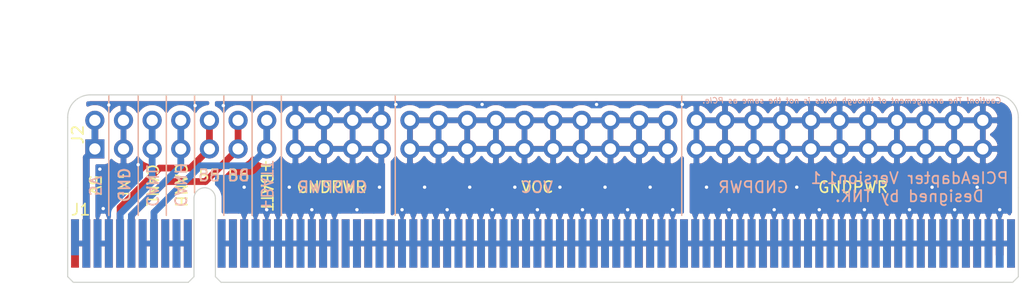
<source format=kicad_pcb>
(kicad_pcb (version 20171130) (host pcbnew "(5.1.5)-3")
  (layers (0 F.Cu signal) (31 B.Cu signal) (34 B.Paste user) (35 F.Paste user) (36 B.SilkS user) (37 F.SilkS user) (38 B.Mask user) (39 F.Mask user) (44 Edge.Cuts user))
  (net 0 "")
  (net 1 "Net-(J1-PadB5)")
  (net 2 "Net-(J1-PadB6)")
  (net 3 "Net-(J1-PadB7)")
  (net 4 "Net-(J1-PadA6)")
  (net 5 "Net-(J1-PadA7)")
  (net 6 GNDPWR)
  (net 7 VCC)
  (net 8 +5V)
  (net 9 Pin_B5)
  (net 10 Pin_B6)
  (net 11 +7.5V)
  (net 12 CANL)
  (net 13 CANH)
  (net 14 GND)
  (module Connector_PinHeader_2.54mm:PinHeader_2x32_P2.54mm_Vertical (layer F.Cu) (at 111.76 126.6 90)
    (fp_text reference J2 (at 1.27 -1.51 90) (layer F.SilkS))
    (fp_text value Conn_02x32_Counter_Clockwise)
    (pad 64 thru_hole oval (at 2.54 78.74 90) (size 1.7 1.7) (drill 1) (layers *.Cu *.Mask) (net 6 GNDPWR))
    (pad 63 thru_hole oval (at 0 78.74 90) (size 1.7 1.7) (drill 1) (layers *.Cu *.Mask) (net 6 GNDPWR))
    (pad 62 thru_hole oval (at 2.54 76.2 90) (size 1.7 1.7) (drill 1) (layers *.Cu *.Mask) (net 6 GNDPWR))
    (pad 61 thru_hole oval (at 0 76.2 90) (size 1.7 1.7) (drill 1) (layers *.Cu *.Mask) (net 6 GNDPWR))
    (pad 60 thru_hole oval (at 2.54 73.66 90) (size 1.7 1.7) (drill 1) (layers *.Cu *.Mask) (net 6 GNDPWR))
    (pad 59 thru_hole oval (at 0 73.66 90) (size 1.7 1.7) (drill 1) (layers *.Cu *.Mask) (net 6 GNDPWR))
    (pad 58 thru_hole oval (at 2.54 71.12 90) (size 1.7 1.7) (drill 1) (layers *.Cu *.Mask) (net 6 GNDPWR))
    (pad 57 thru_hole oval (at 0 71.12 90) (size 1.7 1.7) (drill 1) (layers *.Cu *.Mask) (net 6 GNDPWR))
    (pad 56 thru_hole oval (at 2.54 68.58 90) (size 1.7 1.7) (drill 1) (layers *.Cu *.Mask) (net 6 GNDPWR))
    (pad 55 thru_hole oval (at 0 68.58 90) (size 1.7 1.7) (drill 1) (layers *.Cu *.Mask) (net 6 GNDPWR))
    (pad 54 thru_hole oval (at 2.54 66.04 90) (size 1.7 1.7) (drill 1) (layers *.Cu *.Mask) (net 6 GNDPWR))
    (pad 53 thru_hole oval (at 0 66.04 90) (size 1.7 1.7) (drill 1) (layers *.Cu *.Mask) (net 6 GNDPWR))
    (pad 52 thru_hole oval (at 2.54 63.5 90) (size 1.7 1.7) (drill 1) (layers *.Cu *.Mask) (net 6 GNDPWR))
    (pad 51 thru_hole oval (at 0 63.5 90) (size 1.7 1.7) (drill 1) (layers *.Cu *.Mask) (net 6 GNDPWR))
    (pad 50 thru_hole oval (at 2.54 60.96 90) (size 1.7 1.7) (drill 1) (layers *.Cu *.Mask) (net 6 GNDPWR))
    (pad 49 thru_hole oval (at 0 60.96 90) (size 1.7 1.7) (drill 1) (layers *.Cu *.Mask) (net 6 GNDPWR))
    (pad 48 thru_hole oval (at 2.54 58.42 90) (size 1.7 1.7) (drill 1) (layers *.Cu *.Mask) (net 6 GNDPWR))
    (pad 47 thru_hole oval (at 0 58.42 90) (size 1.7 1.7) (drill 1) (layers *.Cu *.Mask) (net 6 GNDPWR))
    (pad 46 thru_hole oval (at 2.54 55.88 90) (size 1.7 1.7) (drill 1) (layers *.Cu *.Mask) (net 6 GNDPWR))
    (pad 45 thru_hole oval (at 0 55.88 90) (size 1.7 1.7) (drill 1) (layers *.Cu *.Mask) (net 6 GNDPWR))
    (pad 44 thru_hole oval (at 2.54 53.34 90) (size 1.7 1.7) (drill 1) (layers *.Cu *.Mask) (net 6 GNDPWR))
    (pad 43 thru_hole oval (at 0 53.34 90) (size 1.7 1.7) (drill 1) (layers *.Cu *.Mask) (net 6 GNDPWR))
    (pad 42 thru_hole oval (at 2.54 50.8 90) (size 1.7 1.7) (drill 1) (layers *.Cu *.Mask) (net 7 VCC))
    (pad 41 thru_hole oval (at 0 50.8 90) (size 1.7 1.7) (drill 1) (layers *.Cu *.Mask) (net 7 VCC))
    (pad 40 thru_hole oval (at 2.54 48.26 90) (size 1.7 1.7) (drill 1) (layers *.Cu *.Mask) (net 7 VCC))
    (pad 39 thru_hole oval (at 0 48.26 90) (size 1.7 1.7) (drill 1) (layers *.Cu *.Mask) (net 7 VCC))
    (pad 38 thru_hole oval (at 2.54 45.72 90) (size 1.7 1.7) (drill 1) (layers *.Cu *.Mask) (net 7 VCC))
    (pad 37 thru_hole oval (at 0 45.72 90) (size 1.7 1.7) (drill 1) (layers *.Cu *.Mask) (net 7 VCC))
    (pad 36 thru_hole oval (at 2.54 43.18 90) (size 1.7 1.7) (drill 1) (layers *.Cu *.Mask) (net 7 VCC))
    (pad 35 thru_hole oval (at 0 43.18 90) (size 1.7 1.7) (drill 1) (layers *.Cu *.Mask) (net 7 VCC))
    (pad 34 thru_hole oval (at 2.54 40.64 90) (size 1.7 1.7) (drill 1) (layers *.Cu *.Mask) (net 7 VCC))
    (pad 33 thru_hole oval (at 0 40.64 90) (size 1.7 1.7) (drill 1) (layers *.Cu *.Mask) (net 7 VCC))
    (pad 32 thru_hole oval (at 2.54 38.1 90) (size 1.7 1.7) (drill 1) (layers *.Cu *.Mask) (net 7 VCC))
    (pad 31 thru_hole oval (at 0 38.1 90) (size 1.7 1.7) (drill 1) (layers *.Cu *.Mask) (net 7 VCC))
    (pad 30 thru_hole oval (at 2.54 35.56 90) (size 1.7 1.7) (drill 1) (layers *.Cu *.Mask) (net 7 VCC))
    (pad 29 thru_hole oval (at 0 35.56 90) (size 1.7 1.7) (drill 1) (layers *.Cu *.Mask) (net 7 VCC))
    (pad 28 thru_hole oval (at 2.54 33.02 90) (size 1.7 1.7) (drill 1) (layers *.Cu *.Mask) (net 7 VCC))
    (pad 27 thru_hole oval (at 0 33.02 90) (size 1.7 1.7) (drill 1) (layers *.Cu *.Mask) (net 7 VCC))
    (pad 26 thru_hole oval (at 2.54 30.48 90) (size 1.7 1.7) (drill 1) (layers *.Cu *.Mask) (net 7 VCC))
    (pad 25 thru_hole oval (at 0 30.48 90) (size 1.7 1.7) (drill 1) (layers *.Cu *.Mask) (net 7 VCC))
    (pad 24 thru_hole oval (at 2.54 27.94 90) (size 1.7 1.7) (drill 1) (layers *.Cu *.Mask) (net 7 VCC))
    (pad 23 thru_hole oval (at 0 27.94 90) (size 1.7 1.7) (drill 1) (layers *.Cu *.Mask) (net 7 VCC))
    (pad 22 thru_hole oval (at 2.54 25.4 90) (size 1.7 1.7) (drill 1) (layers *.Cu *.Mask) (net 6 GNDPWR))
    (pad 21 thru_hole oval (at 0 25.4 90) (size 1.7 1.7) (drill 1) (layers *.Cu *.Mask) (net 6 GNDPWR))
    (pad 20 thru_hole oval (at 2.54 22.86 90) (size 1.7 1.7) (drill 1) (layers *.Cu *.Mask) (net 6 GNDPWR))
    (pad 19 thru_hole oval (at 0 22.86 90) (size 1.7 1.7) (drill 1) (layers *.Cu *.Mask) (net 6 GNDPWR))
    (pad 18 thru_hole oval (at 2.54 20.32 90) (size 1.7 1.7) (drill 1) (layers *.Cu *.Mask) (net 6 GNDPWR))
    (pad 17 thru_hole oval (at 0 20.32 90) (size 1.7 1.7) (drill 1) (layers *.Cu *.Mask) (net 6 GNDPWR))
    (pad 16 thru_hole oval (at 2.54 17.78 90) (size 1.7 1.7) (drill 1) (layers *.Cu *.Mask) (net 6 GNDPWR))
    (pad 15 thru_hole oval (at 0 17.78 90) (size 1.7 1.7) (drill 1) (layers *.Cu *.Mask) (net 6 GNDPWR))
    (pad 14 thru_hole oval (at 2.54 15.24 90) (size 1.7 1.7) (drill 1) (layers *.Cu *.Mask) (net 11 +7.5V))
    (pad 13 thru_hole oval (at 0 15.24 90) (size 1.7 1.7) (drill 1) (layers *.Cu *.Mask) (net 11 +7.5V))
    (pad 12 thru_hole oval (at 2.54 12.7 90) (size 1.7 1.7) (drill 1) (layers *.Cu *.Mask) (net 10 Pin_B6))
    (pad 11 thru_hole oval (at 0 12.7 90) (size 1.7 1.7) (drill 1) (layers *.Cu *.Mask) (net 10 Pin_B6))
    (pad 10 thru_hole oval (at 2.54 10.16 90) (size 1.7 1.7) (drill 1) (layers *.Cu *.Mask) (net 9 Pin_B5))
    (pad 9 thru_hole oval (at 0 10.16 90) (size 1.7 1.7) (drill 1) (layers *.Cu *.Mask) (net 9 Pin_B5))
    (pad 8 thru_hole oval (at 2.54 7.62 90) (size 1.7 1.7) (drill 1) (layers *.Cu *.Mask) (net 13 CANH))
    (pad 7 thru_hole oval (at 0 7.62 90) (size 1.7 1.7) (drill 1) (layers *.Cu *.Mask) (net 13 CANH))
    (pad 6 thru_hole oval (at 2.54 5.08 90) (size 1.7 1.7) (drill 1) (layers *.Cu *.Mask) (net 12 CANL))
    (pad 5 thru_hole oval (at 0 5.08 90) (size 1.7 1.7) (drill 1) (layers *.Cu *.Mask) (net 12 CANL))
    (pad 4 thru_hole oval (at 2.54 2.54 90) (size 1.7 1.7) (drill 1) (layers *.Cu *.Mask) (net 14 GND))
    (pad 3 thru_hole oval (at 0 2.54 90) (size 1.7 1.7) (drill 1) (layers *.Cu *.Mask) (net 14 GND))
    (pad 2 thru_hole oval (at 2.54 0 90) (size 1.7 1.7) (drill 1) (layers *.Cu *.Mask) (net 8 +5V))
    (pad 1 thru_hole rect (at 0 0 90) (size 1.7 1.7) (drill 1) (layers *.Cu *.Mask) (net 8 +5V))
  )
  (module PCIe:BUS_mechaken_PCIexpress_x16 (layer F.Cu) (at 110 135)
    (fp_text reference J1 (at 0.5 -3) (layer F.SilkS))
    (fp_text value Bus_mechaken_PCIexpress_x16_164_Position)
    (fp_arc (start 11.5 -4) (end 12.45 -4) (angle -180) (layer Edge.Cuts) (width 0.1))
    (fp_line (start 83.65 2.95) (end 83.15 3.45) (layer Edge.Cuts) (width 0.1))
    (fp_line (start 12.45 2.95) (end 12.95 3.45) (layer Edge.Cuts) (width 0.1))
    (fp_line (start 10.55 2.95) (end 10.05 3.45) (layer Edge.Cuts) (width 0.1))
    (fp_line (start -0.65 2.95) (end -0.15 3.45) (layer Edge.Cuts) (width 0.1))
    (fp_line (start 12.95 3.45) (end 83.15 3.45) (layer Edge.Cuts) (width 0.1))
    (fp_line (start 83.65 -4.95) (end 83.65 2.95) (layer Edge.Cuts) (width 0.1))
    (fp_line (start -0.15 3.45) (end 10.05 3.45) (layer Edge.Cuts) (width 0.1))
    (fp_line (start -0.65 -4.95) (end -0.65 2.95) (layer Edge.Cuts) (width 0.1))
    (fp_line (start 12.45 -4) (end 12.45 2.95) (layer Edge.Cuts) (width 0.1))
    (fp_line (start 10.55 -4) (end 10.55 2.95) (layer Edge.Cuts) (width 0.1))
    (pad A10 connect rect (at 83 0) (size 0.7 4.3) (layers B.Cu B.Mask) (net 6 GNDPWR))
    (pad A10 connect rect (at 82 0) (size 0.7 4.3) (layers B.Cu B.Mask) (net 6 GNDPWR))
    (pad A10 connect rect (at 81 0) (size 0.7 4.3) (layers B.Cu B.Mask) (net 6 GNDPWR))
    (pad A10 connect rect (at 80 0) (size 0.7 4.3) (layers B.Cu B.Mask) (net 6 GNDPWR))
    (pad A10 connect rect (at 79 0) (size 0.7 4.3) (layers B.Cu B.Mask) (net 6 GNDPWR))
    (pad A10 connect rect (at 78 0) (size 0.7 4.3) (layers B.Cu B.Mask) (net 6 GNDPWR))
    (pad A10 connect rect (at 77 0) (size 0.7 4.3) (layers B.Cu B.Mask) (net 6 GNDPWR))
    (pad A10 connect rect (at 76 0) (size 0.7 4.3) (layers B.Cu B.Mask) (net 6 GNDPWR))
    (pad A10 connect rect (at 75 0) (size 0.7 4.3) (layers B.Cu B.Mask) (net 6 GNDPWR))
    (pad A10 connect rect (at 74 0) (size 0.7 4.3) (layers B.Cu B.Mask) (net 6 GNDPWR))
    (pad A10 connect rect (at 73 0) (size 0.7 4.3) (layers B.Cu B.Mask) (net 6 GNDPWR))
    (pad A10 connect rect (at 72 0) (size 0.7 4.3) (layers B.Cu B.Mask) (net 6 GNDPWR))
    (pad A10 connect rect (at 71 0) (size 0.7 4.3) (layers B.Cu B.Mask) (net 6 GNDPWR))
    (pad A10 connect rect (at 70 0) (size 0.7 4.3) (layers B.Cu B.Mask) (net 6 GNDPWR))
    (pad A10 connect rect (at 69 0) (size 0.7 4.3) (layers B.Cu B.Mask) (net 6 GNDPWR))
    (pad A10 connect rect (at 68 0) (size 0.7 4.3) (layers B.Cu B.Mask) (net 6 GNDPWR))
    (pad A10 connect rect (at 67 0) (size 0.7 4.3) (layers B.Cu B.Mask) (net 6 GNDPWR))
    (pad A10 connect rect (at 66 0) (size 0.7 4.3) (layers B.Cu B.Mask) (net 6 GNDPWR))
    (pad A10 connect rect (at 65 0) (size 0.7 4.3) (layers B.Cu B.Mask) (net 6 GNDPWR))
    (pad A10 connect rect (at 64 0) (size 0.7 4.3) (layers B.Cu B.Mask) (net 6 GNDPWR))
    (pad A10 connect rect (at 63 0) (size 0.7 4.3) (layers B.Cu B.Mask) (net 6 GNDPWR))
    (pad A10 connect rect (at 62 0) (size 0.7 4.3) (layers B.Cu B.Mask) (net 6 GNDPWR))
    (pad A10 connect rect (at 61 0) (size 0.7 4.3) (layers B.Cu B.Mask) (net 6 GNDPWR))
    (pad A10 connect rect (at 60 0) (size 0.7 4.3) (layers B.Cu B.Mask) (net 6 GNDPWR))
    (pad A10 connect rect (at 59 0) (size 0.7 4.3) (layers B.Cu B.Mask) (net 6 GNDPWR))
    (pad A10 connect rect (at 58 0) (size 0.7 4.3) (layers B.Cu B.Mask) (net 6 GNDPWR))
    (pad A10 connect rect (at 57 0) (size 0.7 4.3) (layers B.Cu B.Mask) (net 6 GNDPWR))
    (pad A10 connect rect (at 56 0) (size 0.7 4.3) (layers B.Cu B.Mask) (net 6 GNDPWR))
    (pad A10 connect rect (at 55 0) (size 0.7 4.3) (layers B.Cu B.Mask) (net 6 GNDPWR))
    (pad A10 connect rect (at 54 0) (size 0.7 4.3) (layers B.Cu B.Mask) (net 6 GNDPWR))
    (pad A9 connect rect (at 53 0) (size 0.7 4.3) (layers B.Cu B.Mask) (net 7 VCC))
    (pad A9 connect rect (at 52 0) (size 0.7 4.3) (layers B.Cu B.Mask) (net 7 VCC))
    (pad A9 connect rect (at 51 0) (size 0.7 4.3) (layers B.Cu B.Mask) (net 7 VCC))
    (pad B10 connect rect (at 83 0) (size 0.7 4.3) (layers F.Cu F.Mask) (net 6 GNDPWR))
    (pad B10 connect rect (at 82 -0.55) (size 0.7 3.2) (layers F.Cu F.Mask) (net 6 GNDPWR))
    (pad B10 connect rect (at 81 0) (size 0.7 4.3) (layers F.Cu F.Mask) (net 6 GNDPWR))
    (pad B10 connect rect (at 80 0) (size 0.7 4.3) (layers F.Cu F.Mask) (net 6 GNDPWR))
    (pad B10 connect rect (at 79 0) (size 0.7 4.3) (layers F.Cu F.Mask) (net 6 GNDPWR))
    (pad B10 connect rect (at 78 0) (size 0.7 4.3) (layers F.Cu F.Mask) (net 6 GNDPWR))
    (pad B10 connect rect (at 77 0) (size 0.7 4.3) (layers F.Cu F.Mask) (net 6 GNDPWR))
    (pad B10 connect rect (at 76 0) (size 0.7 4.3) (layers F.Cu F.Mask) (net 6 GNDPWR))
    (pad B10 connect rect (at 75 0) (size 0.7 4.3) (layers F.Cu F.Mask) (net 6 GNDPWR))
    (pad B10 connect rect (at 74 0) (size 0.7 4.3) (layers F.Cu F.Mask) (net 6 GNDPWR))
    (pad B10 connect rect (at 73 0) (size 0.7 4.3) (layers F.Cu F.Mask) (net 6 GNDPWR))
    (pad B10 connect rect (at 72 0) (size 0.7 4.3) (layers F.Cu F.Mask) (net 6 GNDPWR))
    (pad B10 connect rect (at 71 0) (size 0.7 4.3) (layers F.Cu F.Mask) (net 6 GNDPWR))
    (pad B10 connect rect (at 70 0) (size 0.7 4.3) (layers F.Cu F.Mask) (net 6 GNDPWR))
    (pad B10 connect rect (at 69 0) (size 0.7 4.3) (layers F.Cu F.Mask) (net 6 GNDPWR))
    (pad B10 connect rect (at 68 0) (size 0.7 4.3) (layers F.Cu F.Mask) (net 6 GNDPWR))
    (pad B10 connect rect (at 67 0) (size 0.7 4.3) (layers F.Cu F.Mask) (net 6 GNDPWR))
    (pad B10 connect rect (at 66 0) (size 0.7 4.3) (layers F.Cu F.Mask) (net 6 GNDPWR))
    (pad B10 connect rect (at 65 0) (size 0.7 4.3) (layers F.Cu F.Mask) (net 6 GNDPWR))
    (pad B10 connect rect (at 64 0) (size 0.7 4.3) (layers F.Cu F.Mask) (net 6 GNDPWR))
    (pad B10 connect rect (at 63 0) (size 0.7 4.3) (layers F.Cu F.Mask) (net 6 GNDPWR))
    (pad B10 connect rect (at 62 0) (size 0.7 4.3) (layers F.Cu F.Mask) (net 6 GNDPWR))
    (pad B10 connect rect (at 61 0) (size 0.7 4.3) (layers F.Cu F.Mask) (net 6 GNDPWR))
    (pad B10 connect rect (at 60 0) (size 0.7 4.3) (layers F.Cu F.Mask) (net 6 GNDPWR))
    (pad B10 connect rect (at 59 0) (size 0.7 4.3) (layers F.Cu F.Mask) (net 6 GNDPWR))
    (pad B10 connect rect (at 58 0) (size 0.7 4.3) (layers F.Cu F.Mask) (net 6 GNDPWR))
    (pad B10 connect rect (at 57 0) (size 0.7 4.3) (layers F.Cu F.Mask) (net 6 GNDPWR))
    (pad B10 connect rect (at 56 0) (size 0.7 4.3) (layers F.Cu F.Mask) (net 6 GNDPWR))
    (pad B10 connect rect (at 55 0) (size 0.7 4.3) (layers F.Cu F.Mask) (net 6 GNDPWR))
    (pad B10 connect rect (at 54 0) (size 0.7 4.3) (layers F.Cu F.Mask) (net 6 GNDPWR))
    (pad B9 connect rect (at 53 0) (size 0.7 4.3) (layers F.Cu F.Mask) (net 7 VCC))
    (pad B9 connect rect (at 52 0) (size 0.7 4.3) (layers F.Cu F.Mask) (net 7 VCC))
    (pad B9 connect rect (at 51 0) (size 0.7 4.3) (layers F.Cu F.Mask) (net 7 VCC))
    (pad A9 connect rect (at 50 0) (size 0.7 4.3) (layers B.Cu B.Mask) (net 7 VCC))
    (pad A9 connect rect (at 49 0) (size 0.7 4.3) (layers B.Cu B.Mask) (net 7 VCC))
    (pad A9 connect rect (at 48 0) (size 0.7 4.3) (layers B.Cu B.Mask) (net 7 VCC))
    (pad A9 connect rect (at 47 0) (size 0.7 4.3) (layers B.Cu B.Mask) (net 7 VCC))
    (pad A9 connect rect (at 46 0) (size 0.7 4.3) (layers B.Cu B.Mask) (net 7 VCC))
    (pad A9 connect rect (at 45 0) (size 0.7 4.3) (layers B.Cu B.Mask) (net 7 VCC))
    (pad A9 connect rect (at 44 0) (size 0.7 4.3) (layers B.Cu B.Mask) (net 7 VCC))
    (pad A9 connect rect (at 43 0) (size 0.7 4.3) (layers B.Cu B.Mask) (net 7 VCC))
    (pad A7 connect rect (at 14 0) (size 0.7 4.3) (layers B.Cu B.Mask) (net 5 "Net-(J1-PadA7)"))
    (pad A7 connect rect (at 13 0) (size 0.7 4.3) (layers B.Cu B.Mask) (net 5 "Net-(J1-PadA7)"))
    (pad A8 connect rect (at 19 0) (size 0.7 4.3) (layers B.Cu B.Mask) (net 6 GNDPWR))
    (pad A8 connect rect (at 18 0) (size 0.7 4.3) (layers B.Cu B.Mask) (net 6 GNDPWR))
    (pad A8 connect rect (at 17 0) (size 0.7 4.3) (layers B.Cu B.Mask) (net 6 GNDPWR))
    (pad A8 connect rect (at 16 0) (size 0.7 4.3) (layers B.Cu B.Mask) (net 6 GNDPWR))
    (pad A8 connect rect (at 15 0) (size 0.7 4.3) (layers B.Cu B.Mask) (net 6 GNDPWR))
    (pad A6 connect rect (at 10 0) (size 0.7 4.3) (layers B.Cu B.Mask) (net 4 "Net-(J1-PadA6)"))
    (pad A6 connect rect (at 9 0) (size 0.7 4.3) (layers B.Cu B.Mask) (net 4 "Net-(J1-PadA6)"))
    (pad A6 connect rect (at 8 0) (size 0.7 4.3) (layers B.Cu B.Mask) (net 4 "Net-(J1-PadA6)"))
    (pad A5 connect rect (at 7 0) (size 0.7 4.3) (layers B.Cu B.Mask) (net 11 +7.5V))
    (pad A5 connect rect (at 6 0) (size 0.7 4.3) (layers B.Cu B.Mask) (net 11 +7.5V))
    (pad A4 connect rect (at 5 0) (size 0.7 4.3) (layers B.Cu B.Mask) (net 13 CANH))
    (pad A3 connect rect (at 4 0) (size 0.7 4.3) (layers B.Cu B.Mask) (net 12 CANL))
    (pad A2 connect rect (at 3 0) (size 0.7 4.3) (layers B.Cu B.Mask) (net 14 GND))
    (pad A2 connect rect (at 2 0) (size 0.7 4.3) (layers B.Cu B.Mask) (net 14 GND))
    (pad A1 connect rect (at 1 0) (size 0.7 4.3) (layers B.Cu B.Mask) (net 8 +5V))
    (pad A1 connect rect (at 0 -0.55) (size 0.7 3.2) (layers B.Cu B.Mask) (net 8 +5V))
    (pad B7 connect rect (at 14 0) (size 0.7 4.3) (layers F.Cu F.Mask) (net 3 "Net-(J1-PadB7)"))
    (pad B7 connect rect (at 13 0) (size 0.7 4.3) (layers F.Cu F.Mask) (net 3 "Net-(J1-PadB7)"))
    (pad B8 connect rect (at 19 0) (size 0.7 4.3) (layers F.Cu F.Mask) (net 6 GNDPWR))
    (pad B8 connect rect (at 18 0) (size 0.7 4.3) (layers F.Cu F.Mask) (net 6 GNDPWR))
    (pad B8 connect rect (at 17 0) (size 0.7 4.3) (layers F.Cu F.Mask) (net 6 GNDPWR))
    (pad B8 connect rect (at 16 0) (size 0.7 4.3) (layers F.Cu F.Mask) (net 6 GNDPWR))
    (pad B8 connect rect (at 15 0) (size 0.7 4.3) (layers F.Cu F.Mask) (net 6 GNDPWR))
    (pad B6 connect rect (at 10 0) (size 0.7 4.3) (layers F.Cu F.Mask) (net 2 "Net-(J1-PadB6)"))
    (pad B6 connect rect (at 9 0) (size 0.7 4.3) (layers F.Cu F.Mask) (net 2 "Net-(J1-PadB6)"))
    (pad B6 connect rect (at 8 0) (size 0.7 4.3) (layers F.Cu F.Mask) (net 2 "Net-(J1-PadB6)"))
    (pad B5 connect rect (at 7 0) (size 0.7 4.3) (layers F.Cu F.Mask) (net 1 "Net-(J1-PadB5)"))
    (pad B5 connect rect (at 6 0) (size 0.7 4.3) (layers F.Cu F.Mask) (net 1 "Net-(J1-PadB5)"))
    (pad B4 connect rect (at 5 0) (size 0.7 4.3) (layers F.Cu F.Mask) (net 10 Pin_B6))
    (pad B3 connect rect (at 4 0) (size 0.7 4.3) (layers F.Cu F.Mask) (net 9 Pin_B5))
    (pad B2 connect rect (at 3 0) (size 0.7 4.3) (layers F.Cu F.Mask) (net 14 GND))
    (pad B2 connect rect (at 2 0) (size 0.7 4.3) (layers F.Cu F.Mask) (net 14 GND))
    (pad B1 connect rect (at 1 0) (size 0.7 4.3) (layers F.Cu F.Mask) (net 8 +5V))
    (pad B1 connect rect (at 0 0) (size 0.7 4.3) (layers F.Cu F.Mask) (net 8 +5V))
    (pad B8 connect rect (at 20 0) (size 0.7 4.3) (layers F.Cu F.Mask) (net 6 GNDPWR))
    (pad B8 connect rect (at 21 0) (size 0.7 4.3) (layers F.Cu F.Mask) (net 6 GNDPWR))
    (pad B8 connect rect (at 22 0) (size 0.7 4.3) (layers F.Cu F.Mask) (net 6 GNDPWR))
    (pad B8 connect rect (at 23 0) (size 0.7 4.3) (layers F.Cu F.Mask) (net 6 GNDPWR))
    (pad B9 connect rect (at 24 0) (size 0.7 4.3) (layers F.Cu F.Mask) (net 7 VCC))
    (pad B9 connect rect (at 25 0) (size 0.7 4.3) (layers F.Cu F.Mask) (net 7 VCC))
    (pad B9 connect rect (at 26 0) (size 0.7 4.3) (layers F.Cu F.Mask) (net 7 VCC))
    (pad B9 connect rect (at 27 0) (size 0.7 4.3) (layers F.Cu F.Mask) (net 7 VCC))
    (pad B9 connect rect (at 28 0) (size 0.7 4.3) (layers F.Cu F.Mask) (net 7 VCC))
    (pad B9 connect rect (at 29 0) (size 0.7 4.3) (layers F.Cu F.Mask) (net 7 VCC))
    (pad B9 connect rect (at 30 0) (size 0.7 4.3) (layers F.Cu F.Mask) (net 7 VCC))
    (pad B9 connect rect (at 31 0) (size 0.7 4.3) (layers F.Cu F.Mask) (net 7 VCC))
    (pad B9 connect rect (at 32 0) (size 0.7 4.3) (layers F.Cu F.Mask) (net 7 VCC))
    (pad B9 connect rect (at 33 0) (size 0.7 4.3) (layers F.Cu F.Mask) (net 7 VCC))
    (pad A8 connect rect (at 20 0) (size 0.7 4.3) (layers B.Cu B.Mask) (net 6 GNDPWR))
    (pad A8 connect rect (at 21 0) (size 0.7 4.3) (layers B.Cu B.Mask) (net 6 GNDPWR))
    (pad A8 connect rect (at 22 0) (size 0.7 4.3) (layers B.Cu B.Mask) (net 6 GNDPWR))
    (pad A8 connect rect (at 23 0) (size 0.7 4.3) (layers B.Cu B.Mask) (net 6 GNDPWR))
    (pad A9 connect rect (at 24 0) (size 0.7 4.3) (layers B.Cu B.Mask) (net 7 VCC))
    (pad A9 connect rect (at 25 0) (size 0.7 4.3) (layers B.Cu B.Mask) (net 7 VCC))
    (pad A9 connect rect (at 26 0) (size 0.7 4.3) (layers B.Cu B.Mask) (net 7 VCC))
    (pad A9 connect rect (at 27 0) (size 0.7 4.3) (layers B.Cu B.Mask) (net 7 VCC))
    (pad A9 connect rect (at 28 0) (size 0.7 4.3) (layers B.Cu B.Mask) (net 7 VCC))
    (pad A9 connect rect (at 29 0) (size 0.7 4.3) (layers B.Cu B.Mask) (net 7 VCC))
    (pad A9 connect rect (at 30 0) (size 0.7 4.3) (layers B.Cu B.Mask) (net 7 VCC))
    (pad A9 connect rect (at 31 0) (size 0.7 4.3) (layers B.Cu B.Mask) (net 7 VCC))
    (pad A9 connect rect (at 32 0) (size 0.7 4.3) (layers B.Cu B.Mask) (net 7 VCC))
    (pad A9 connect rect (at 33 0) (size 0.7 4.3) (layers B.Cu B.Mask) (net 7 VCC))
    (pad B9 connect rect (at 34 0) (size 0.7 4.3) (layers F.Cu F.Mask) (net 7 VCC))
    (pad B9 connect rect (at 35 0) (size 0.7 4.3) (layers F.Cu F.Mask) (net 7 VCC))
    (pad B9 connect rect (at 36 0) (size 0.7 4.3) (layers F.Cu F.Mask) (net 7 VCC))
    (pad B9 connect rect (at 37 0) (size 0.7 4.3) (layers F.Cu F.Mask) (net 7 VCC))
    (pad B9 connect rect (at 38 0) (size 0.7 4.3) (layers F.Cu F.Mask) (net 7 VCC))
    (pad B9 connect rect (at 39 0) (size 0.7 4.3) (layers F.Cu F.Mask) (net 7 VCC))
    (pad B9 connect rect (at 40 0) (size 0.7 4.3) (layers F.Cu F.Mask) (net 7 VCC))
    (pad B9 connect rect (at 41 0) (size 0.7 4.3) (layers F.Cu F.Mask) (net 7 VCC))
    (pad B9 connect rect (at 42 0) (size 0.7 4.3) (layers F.Cu F.Mask) (net 7 VCC))
    (pad B9 connect rect (at 43 0) (size 0.7 4.3) (layers F.Cu F.Mask) (net 7 VCC))
    (pad B9 connect rect (at 44 0) (size 0.7 4.3) (layers F.Cu F.Mask) (net 7 VCC))
    (pad B9 connect rect (at 45 0) (size 0.7 4.3) (layers F.Cu F.Mask) (net 7 VCC))
    (pad B9 connect rect (at 46 0) (size 0.7 4.3) (layers F.Cu F.Mask) (net 7 VCC))
    (pad B9 connect rect (at 47 0) (size 0.7 4.3) (layers F.Cu F.Mask) (net 7 VCC))
    (pad B9 connect rect (at 48 0) (size 0.7 4.3) (layers F.Cu F.Mask) (net 7 VCC))
    (pad B9 connect rect (at 49 0) (size 0.7 4.3) (layers F.Cu F.Mask) (net 7 VCC))
    (pad B9 connect rect (at 50 0) (size 0.7 4.3) (layers F.Cu F.Mask) (net 7 VCC))
    (pad A9 connect rect (at 34 0) (size 0.7 4.3) (layers B.Cu B.Mask) (net 7 VCC))
    (pad A9 connect rect (at 35 0) (size 0.7 4.3) (layers B.Cu B.Mask) (net 7 VCC))
    (pad A9 connect rect (at 36 0) (size 0.7 4.3) (layers B.Cu B.Mask) (net 7 VCC))
    (pad A9 connect rect (at 37 0) (size 0.7 4.3) (layers B.Cu B.Mask) (net 7 VCC))
    (pad A9 connect rect (at 38 0) (size 0.7 4.3) (layers B.Cu B.Mask) (net 7 VCC))
    (pad A9 connect rect (at 39 0) (size 0.7 4.3) (layers B.Cu B.Mask) (net 7 VCC))
    (pad A9 connect rect (at 40 0) (size 0.7 4.3) (layers B.Cu B.Mask) (net 7 VCC))
    (pad A9 connect rect (at 41 0) (size 0.7 4.3) (layers B.Cu B.Mask) (net 7 VCC))
    (pad A9 connect rect (at 42 0) (size 0.7 4.3) (layers B.Cu B.Mask) (net 7 VCC))
  )
  (gr_arc (start 191.65 123.8) (end 193.65 123.8) (angle -90) (layer Edge.Cuts) (width 0.1))
  (gr_arc (start 111.35 123.8) (end 111.35 121.8) (angle -90) (layer Edge.Cuts) (width 0.1))
  (gr_line (start 109.35 130.05) (end 109.35 123.8) (layer Edge.Cuts) (width 0.1))
  (gr_line (start 193.65 130.05) (end 193.65 123.8) (layer Edge.Cuts) (width 0.1))
  (gr_text "Caution! The arrangement of through holes is not the same as PCIe." (at 178.9 122.3) (layer B.SilkS) (effects (font (size 0.5 0.5) (thickness 0.08) italic) (justify mirror)))
  (gr_line (start 113 132.5) (end 113 121.8) (layer B.SilkS) (width 0.12))
  (gr_line (start 128.3 132.5) (end 128.3 121.8) (layer B.SilkS) (width 0.12))
  (gr_line (start 163.8 132.5) (end 163.8 121.8) (layer B.SilkS) (width 0.12))
  (gr_line (start 138.4 132.5) (end 138.4 121.8) (layer B.SilkS) (width 0.12))
  (gr_line (start 123.2 132.5) (end 123.2 121.8) (layer B.SilkS) (width 0.12))
  (gr_line (start 125.7 132.5) (end 125.7 121.8) (layer B.SilkS) (width 0.12))
  (gr_line (start 115.6 132.5) (end 115.6 121.8) (layer B.SilkS) (width 0.12))
  (gr_line (start 118.1 132.5) (end 118.1 121.8) (layer B.SilkS) (width 0.12))
  (gr_line (start 120.6 130.5) (end 120.6 121.8) (layer B.SilkS) (width 0.12))
  (gr_text GNDPWR (at 170.15 130) (layer B.SilkS) (effects (font (size 1 1)) (justify mirror)))
  (gr_text VCC (at 150.95 130) (layer B.SilkS) (effects (font (size 1 1)) (justify mirror)))
  (gr_text GNDPWR (at 132.85 130) (layer B.SilkS) (effects (font (size 1 1)) (justify mirror)))
  (gr_text +BATT (at 127 129.94 270) (layer B.SilkS) (effects (font (size 1 1)) (justify mirror)))
  (gr_text B6 (at 124.5 128.954) (layer B.SilkS) (effects (font (size 1 1)) (justify mirror)))
  (gr_text B5 (at 121.9 128.954) (layer B.SilkS) (effects (font (size 1 1)) (justify mirror)))
  (gr_text CANH (at 119.33 129.79 270) (layer B.SilkS) (effects (font (size 1 1)) (justify mirror)))
  (gr_text CANL (at 116.84 129.89 270) (layer B.SilkS) (effects (font (size 1 1)) (justify mirror)))
  (gr_text GND (at 114.3 129.79 270) (layer B.SilkS) (effects (font (size 1 1)) (justify mirror)))
  (gr_text 5V (at 111.76 129.89 270) (layer B.SilkS) (effects (font (size 1 1)) (justify mirror)))
  (gr_line (start 125.7 121.8) (end 125.7 132.5) (layer F.SilkS) (width 0.12))
  (gr_line (start 123.2 121.8) (end 123.2 132.5) (layer F.SilkS) (width 0.12))
  (gr_line (start 120.6 121.8) (end 120.6 130.5) (layer F.SilkS) (width 0.12))
  (gr_line (start 118.1 121.8) (end 118.1 132.5) (layer F.SilkS) (width 0.12))
  (gr_line (start 115.6 121.8) (end 115.6 132.5) (layer F.SilkS) (width 0.12))
  (gr_line (start 113 121.8) (end 113 132.5) (layer F.SilkS) (width 0.12))
  (gr_line (start 163.8 121.8) (end 163.8 132.5) (layer F.SilkS) (width 0.12))
  (gr_line (start 138.4 121.8) (end 138.4 132.5) (layer F.SilkS) (width 0.12))
  (gr_line (start 128.3 121.8) (end 128.3 132.5) (layer F.SilkS) (width 0.12))
  (gr_text B6 (at 124.5 128.954) (layer F.SilkS) (effects (font (size 1 1))))
  (gr_text "PCIeAdapter Version1.1\nDesigned by TNK." (at 184 130) (layer B.SilkS) (effects (font (size 1 1)) (justify mirror)))
  (gr_text B5 (at 121.9 128.954) (layer F.SilkS) (effects (font (size 1 1))))
  (gr_text GNDPWR (at 179 130) (layer F.SilkS) (effects (font (size 1 1))))
  (gr_text VCC (at 151 130) (layer F.SilkS) (effects (font (size 1 1))))
  (gr_text GNDPWR (at 132.75 130) (layer F.SilkS) (effects (font (size 1 1))))
  (gr_text +BATT (at 127 129.81 270) (layer F.SilkS) (effects (font (size 1 1))))
  (gr_text CANH (at 119.38 129.81 270) (layer F.SilkS) (effects (font (size 1 1))))
  (gr_text CANL (at 116.84 129.81 270) (layer F.SilkS) (effects (font (size 1 1))))
  (gr_text GND (at 114.3 129.81 270) (layer F.SilkS) (effects (font (size 1 1))))
  (gr_text 5V (at 111.76 129.81 270) (layer F.SilkS) (effects (font (size 1 1))))
  (gr_line (start 111.35 121.8) (end 191.65 121.8) (layer Edge.Cuts) (width 0.1))
  (segment (start 117 135) (end 116 135) (width 0.5) (layer F.Cu) (net 1))
  (segment (start 120 135) (end 118 135) (width 0.5) (layer F.Cu) (net 2))
  (segment (start 124 135) (end 123 135) (width 0.5) (layer F.Cu) (net 3))
  (segment (start 118 135) (end 120 135) (width 0.5) (layer B.Cu) (net 4))
  (segment (start 124 135) (end 123 135) (width 0.5) (layer B.Cu) (net 5))
  (segment (start 125 135) (end 129 135) (width 0.5) (layer B.Cu) (net 6))
  (segment (start 165 135) (end 164 135) (width 0.5) (layer B.Cu) (net 6))
  (segment (start 164 135) (end 165 135) (width 0.5) (layer F.Cu) (net 6))
  (via (at 123.15 122.75) (size 0.6) (drill 0.3) (layers F.Cu B.Cu) (net 6))
  (via (at 192 132) (size 0.6) (drill 0.3) (layers F.Cu B.Cu) (net 6))
  (via (at 190 130) (size 0.6) (drill 0.3) (layers F.Cu B.Cu) (net 6))
  (via (at 188 132) (size 0.6) (drill 0.3) (layers F.Cu B.Cu) (net 6))
  (via (at 186 130) (size 0.6) (drill 0.3) (layers F.Cu B.Cu) (net 6))
  (via (at 184 132) (size 0.6) (drill 0.3) (layers F.Cu B.Cu) (net 6))
  (via (at 180 132) (size 0.6) (drill 0.3) (layers F.Cu B.Cu) (net 6))
  (via (at 176 132) (size 0.6) (drill 0.3) (layers F.Cu B.Cu) (net 6))
  (via (at 174 130) (size 0.6) (drill 0.3) (layers F.Cu B.Cu) (net 6))
  (via (at 172 132) (size 0.6) (drill 0.3) (layers F.Cu B.Cu) (net 6))
  (via (at 168 132) (size 0.6) (drill 0.3) (layers F.Cu B.Cu) (net 6))
  (via (at 166 130) (size 0.6) (drill 0.3) (layers F.Cu B.Cu) (net 6))
  (via (at 127 132) (size 0.6) (drill 0.3) (layers F.Cu B.Cu) (net 6))
  (via (at 138.45 122.65) (size 0.6) (drill 0.3) (layers F.Cu B.Cu) (net 6))
  (via (at 163.85 122.65) (size 0.6) (drill 0.3) (layers F.Cu B.Cu) (net 6))
  (via (at 146.1 122.65) (size 0.6) (drill 0.3) (layers F.Cu B.Cu) (net 6))
  (via (at 156.25 122.65) (size 0.6) (drill 0.3) (layers F.Cu B.Cu) (net 6))
  (segment (start 192 135) (end 193 135) (width 0.5) (layer B.Cu) (net 6))
  (segment (start 191 135) (end 193 135) (width 0.5) (layer F.Cu) (net 6))
  (via (at 137 130) (size 0.6) (drill 0.3) (layers F.Cu B.Cu) (net 6))
  (via (at 129 130) (size 0.6) (drill 0.3) (layers F.Cu B.Cu) (net 6))
  (via (at 131 132) (size 0.6) (drill 0.3) (layers F.Cu B.Cu) (net 6))
  (via (at 135 132) (size 0.6) (drill 0.3) (layers F.Cu B.Cu) (net 6))
  (via (at 125 130) (size 0.6) (drill 0.3) (layers F.Cu B.Cu) (net 6))
  (segment (start 139 135) (end 134 135) (width 0.5) (layer B.Cu) (net 7))
  (segment (start 134 135) (end 139 135) (width 0.5) (layer F.Cu) (net 7))
  (via (at 163 132) (size 0.6) (drill 0.3) (layers F.Cu B.Cu) (net 7))
  (via (at 161 130) (size 0.6) (drill 0.3) (layers F.Cu B.Cu) (net 7))
  (via (at 159 132) (size 0.6) (drill 0.3) (layers F.Cu B.Cu) (net 7))
  (via (at 157 130) (size 0.6) (drill 0.3) (layers F.Cu B.Cu) (net 7))
  (via (at 155 132) (size 0.6) (drill 0.3) (layers F.Cu B.Cu) (net 7))
  (via (at 153 130) (size 0.6) (drill 0.3) (layers F.Cu B.Cu) (net 7))
  (via (at 151 132) (size 0.6) (drill 0.3) (layers F.Cu B.Cu) (net 7))
  (via (at 149 130) (size 0.6) (drill 0.3) (layers F.Cu B.Cu) (net 7))
  (via (at 147 132) (size 0.6) (drill 0.3) (layers F.Cu B.Cu) (net 7))
  (via (at 145 130) (size 0.6) (drill 0.3) (layers F.Cu B.Cu) (net 7))
  (via (at 143 132) (size 0.6) (drill 0.3) (layers F.Cu B.Cu) (net 7))
  (via (at 141 130) (size 0.6) (drill 0.3) (layers F.Cu B.Cu) (net 7))
  (via (at 139 132) (size 0.6) (drill 0.3) (layers F.Cu B.Cu) (net 7))
  (segment (start 111.76 126.5) (end 111.76 123.96) (width 0.6) (layer B.Cu) (net 8))
  (segment (start 111 135) (end 110 135) (width 0.5) (layer F.Cu) (net 8))
  (segment (start 111 135) (end 110 135) (width 0.5) (layer B.Cu) (net 8))
  (segment (start 111.76 124) (end 111.76 126.54) (width 0.6) (layer F.Cu) (net 8))
  (segment (start 111 127.36) (end 111 135) (width 0.6) (layer F.Cu) (net 8))
  (segment (start 111.76 126.6) (end 111 127.36) (width 0.6) (layer F.Cu) (net 8))
  (segment (start 111 127.36) (end 111.76 126.6) (width 0.6) (layer B.Cu) (net 8))
  (segment (start 111 135) (end 111 127.36) (width 0.6) (layer B.Cu) (net 8))
  (segment (start 121.92 125.38) (end 121.92 126.54) (width 0.4) (layer F.Cu) (net 9))
  (segment (start 121.92 124.06) (end 121.92 126.54) (width 0.6) (layer F.Cu) (net 9))
  (segment (start 114 131.8) (end 114 135.5) (width 0.6) (layer F.Cu) (net 9))
  (segment (start 117.5 128.3) (end 114 131.8) (width 0.6) (layer F.Cu) (net 9))
  (segment (start 121.92 126.6) (end 120.22 128.3) (width 0.6) (layer F.Cu) (net 9))
  (segment (start 120.22 128.3) (end 117.5 128.3) (width 0.6) (layer F.Cu) (net 9))
  (segment (start 124.46 126.54) (end 124.46 124.06) (width 0.6) (layer F.Cu) (net 10))
  (segment (start 115 132.5) (end 115 135.5) (width 0.6) (layer F.Cu) (net 10))
  (segment (start 124.46 126.6) (end 121.56 129.5) (width 0.6) (layer F.Cu) (net 10))
  (segment (start 118 129.5) (end 115 132.5) (width 0.6) (layer F.Cu) (net 10))
  (segment (start 121.56 129.5) (end 118 129.5) (width 0.6) (layer F.Cu) (net 10))
  (segment (start 116 135) (end 117 135) (width 0.5) (layer B.Cu) (net 11))
  (segment (start 127 124.06) (end 127 126.54) (width 0.6) (layer B.Cu) (net 11))
  (segment (start 121.137766 128.1) (end 117 132.237766) (width 0.6) (layer B.Cu) (net 11))
  (segment (start 127 126.6) (end 125.5 128.1) (width 0.6) (layer B.Cu) (net 11))
  (segment (start 117 132.237766) (end 117 135) (width 0.6) (layer B.Cu) (net 11))
  (segment (start 125.5 128.1) (end 121.137766 128.1) (width 0.6) (layer B.Cu) (net 11))
  (segment (start 114 132.368614) (end 114 135.5) (width 0.6) (layer B.Cu) (net 12))
  (segment (start 116.84 124.06) (end 116.84 129.528614) (width 0.6) (layer B.Cu) (net 12))
  (segment (start 116.84 129.528614) (end 114 132.368614) (width 0.6) (layer B.Cu) (net 12))
  (segment (start 119.38 128.12) (end 115 132.5) (width 0.6) (layer B.Cu) (net 13))
  (segment (start 115 132.5) (end 115 135.5) (width 0.6) (layer B.Cu) (net 13))
  (segment (start 119.38 124.06) (end 119.38 128.1) (width 0.6) (layer B.Cu) (net 13))
  (via (at 112.5 131.9) (size 0.6) (drill 0.3) (layers F.Cu B.Cu) (net 14))
  (via (at 115.6 128) (size 0.6) (drill 0.3) (layers F.Cu B.Cu) (net 14))
  (via (at 112.2 128.4) (size 0.6) (drill 0.3) (layers F.Cu B.Cu) (net 14))
  (via (at 120.65 122.75) (size 0.6) (drill 0.3) (layers F.Cu B.Cu) (net 14))
  (via (at 113 122.7) (size 0.6) (drill 0.3) (layers F.Cu B.Cu) (net 14))
  (zone (net 6) (net_name GNDPWR) (layer F.Cu) (priority 1) (connect_pads (clearance 0.508)) (min_thickness 0.254) (fill yes (arc_segments 32) (thermal_gap 0.508) (thermal_bridge_width 0.508))
    (polygon (pts (xy 194.05 136) (xy 194.05 122.3) (xy 121.95 122.3) (xy 121.95 136)))
  )
  (zone (net 6) (net_name GNDPWR) (layer B.Cu) (priority 1) (connect_pads (clearance 0.508)) (min_thickness 0.254) (fill yes (arc_segments 32) (thermal_gap 0.508) (thermal_bridge_width 0.508))
    (polygon (pts (xy 194.05 136) (xy 194.05 122.3) (xy 121.95 122.3) (xy 121.95 136)))
  )
  (zone (net 7) (net_name VCC) (layer F.Cu) (priority 2) (connect_pads (clearance 0.508)) (min_thickness 0.254) (fill yes (arc_segments 32) (thermal_gap 0.508) (thermal_bridge_width 0.508))
    (polygon (pts (xy 164 123.5) (xy 164 137) (xy 138 137) (xy 138 129.5) (xy 138 123.5)))
  )
  (zone (net 7) (net_name VCC) (layer B.Cu) (priority 2) (connect_pads (clearance 0.508)) (min_thickness 0.254) (fill yes (arc_segments 32) (thermal_gap 0.508) (thermal_bridge_width 0.508))
    (polygon (pts (xy 138 137) (xy 138 123.5) (xy 164 123.5) (xy 164 137)))
  )
  (zone (net 14) (net_name GND) (layer B.Cu) (priority 3) (connect_pads (clearance 0.508)) (min_thickness 0.254) (fill yes (arc_segments 32) (thermal_gap 0.508) (thermal_bridge_width 0.508))
    (polygon (pts (xy 111 122.3) (xy 111 137) (xy 121.9 137) (xy 121.9 122.3)))
  )
  (zone (net 14) (net_name GND) (layer F.Cu) (priority 3) (connect_pads (clearance 0.508)) (min_thickness 0.254) (fill yes (arc_segments 32) (thermal_gap 0.508) (thermal_bridge_width 0.508))
    (polygon (pts (xy 111 137) (xy 121.9 137) (xy 121.9 122.3) (xy 111 122.3)))
  )
)
</source>
